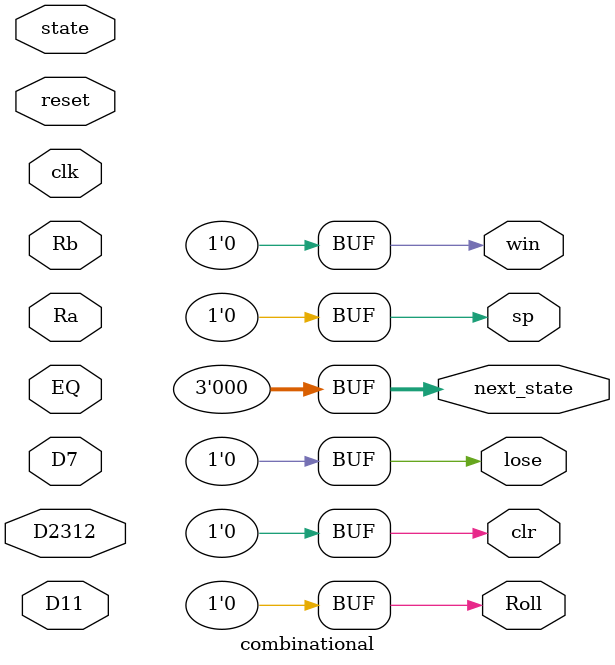
<source format=v>
`timescale 1ns / 1ps
module combinational(
    input [2:0] state,
    input Ra,Rb,reset,D2312,D7,D11,EQ,clk,
    output [2:0] next_state,
    output Roll,sp, clr,
    output win,lose
    );

// State assignment:
//  S0:	000
//  S1:	001
//  S2:	010
//  S3:	011
//  S4:	100
//  S5:	101
//  S6: 110
//State	Ra  Rb D2312 D7 D11 EQ reset   |    NS Roll clr sp win lose 
//-------------------------------------|----------------------------
//S0:	   x	 0   x	 x   x	x	x  |000	S0	 0    1   0  0   0

	assign next_state[2] = 0;
	assign next_state[1] = 0;									
	assign next_state[0] = 0;
	assign Roll = 0;
	assign clr = 0;
	assign sp = 0;
	assign win = 0;
	assign lose = 0;
	
endmodule

</source>
